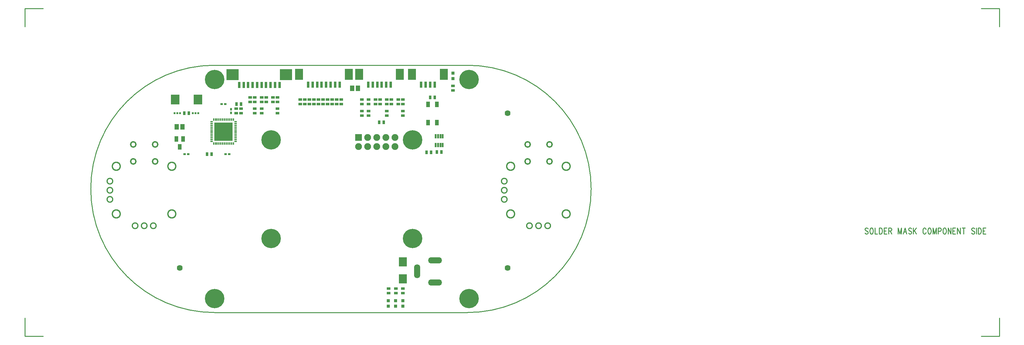
<source format=gbr>
*
*
G04 PADS VX.0 Build Number: 635560 generated Gerber (RS-274-X) file*
G04 PC Version=2.1*
*
%IN "JOG_v1.pcb"*%
*
%MOIN*%
*
%FSLAX35Y35*%
*
*
*
*
G04 PC Standard Apertures*
*
*
G04 Thermal Relief Aperture macro.*
%AMTER*
1,1,$1,0,0*
1,0,$1-$2,0,0*
21,0,$3,$4,0,0,45*
21,0,$3,$4,0,0,135*
%
*
*
G04 Annular Aperture macro.*
%AMANN*
1,1,$1,0,0*
1,0,$2,0,0*
%
*
*
G04 Odd Aperture macro.*
%AMODD*
1,1,$1,0,0*
1,0,$1-0.005,0,0*
%
*
*
G04 PC Custom Aperture Macros*
*
*
*
*
*
*
G04 PC Aperture Table*
*
%ADD010C,0.001*%
%ADD012C,0.01*%
%ADD065R,0.03894X0.02794*%
%ADD066R,0.02794X0.03894*%
%ADD067R,0.09794X0.10594*%
%ADD068R,0.04724X0.06102*%
%ADD069R,0.04331X0.05906*%
%ADD070R,0.08976X0.10315*%
%ADD071R,0.03594X0.03594*%
%ADD072R,0.04331X0.06299*%
%ADD073C,0.06394*%
%ADD075R,0.0315X0.06693*%
%ADD076R,0.08661X0.12205*%
%ADD077R,0.1378X0.12205*%
%ADD078O,0.15354X0.06693*%
%ADD079O,0.06693X0.15354*%
%ADD080R,0.02894X0.02394*%
%ADD081R,0.02394X0.02894*%
%ADD083R,0.0748X0.0748*%
%ADD084C,0.0748*%
%ADD085C,0.2126*%
%ADD088R,0.20472X0.20472*%
%ADD089R,0.02165X0.04528*%
%ADD090R,0.02394X0.02394*%
%ADD106R,0.02953X0.01575*%
%ADD107R,0.01575X0.02953*%
%ADD108ANN,0.0748X0.05118*%
%ADD109ANN,0.07283X0.04331*%
%ADD110ANN,0.10236X0.07283*%
*
*
*
*
G04 PC Circuitry*
G04 Layer Name JOG_v1.pcb - circuitry*
%LPD*%
*
*
G04 PC Custom Flashes*
G04 Layer Name JOG_v1.pcb - flashes*
%LPD*%
*
*
G04 PC Circuitry*
G04 Layer Name JOG_v1.pcb - circuitry*
%LPD*%
*
G54D10*
G54D12*
G01X2390682Y1538125D02*
X2390227Y1538750D01*
X2389545Y1539063*
X2389545D02*
X2388636D01*
X2388636D02*
X2387955Y1538750D01*
X2387500Y1538125*
Y1537500*
X2387727Y1536875*
X2387955Y1536563*
X2387955D02*
X2388409Y1536250D01*
X2389773Y1535625*
X2390227Y1535313*
X2390227D02*
X2390455Y1535000D01*
X2390682Y1534375*
Y1533438*
X2390682D02*
X2390227Y1532813D01*
X2390227D02*
X2389545Y1532500D01*
X2388636*
X2387955Y1532813*
X2387955D02*
X2387500Y1533438D01*
X2394091Y1539063D02*
X2393636Y1538750D01*
X2393182Y1538125*
X2392955Y1537500*
X2392727Y1536563*
X2392727D02*
Y1535000D01*
X2392955Y1534063*
X2392955D02*
X2393182Y1533438D01*
X2393182D02*
X2393636Y1532813D01*
X2393636D02*
X2394091Y1532500D01*
X2395000*
X2395455Y1532813*
X2395455D02*
X2395909Y1533438D01*
X2395909D02*
X2396136Y1534063D01*
X2396136D02*
X2396364Y1535000D01*
Y1536563*
X2396364D02*
X2396136Y1537500D01*
X2395909Y1538125*
X2395455Y1538750*
X2395000Y1539063*
X2395000D02*
X2394091D01*
X2398409D02*
Y1532500D01*
X2401136*
X2403182Y1539063D02*
Y1532500D01*
Y1539063D02*
X2404773D01*
X2404773D02*
X2405455Y1538750D01*
X2405909Y1538125*
X2406136Y1537500*
X2406364Y1536563*
X2406364D02*
Y1535000D01*
X2406136Y1534063*
X2406136D02*
X2405909Y1533438D01*
X2405909D02*
X2405455Y1532813D01*
X2405455D02*
X2404773Y1532500D01*
X2403182*
X2408409Y1539063D02*
Y1532500D01*
Y1539063D02*
X2411364D01*
X2408409Y1535938D02*
X2410227D01*
X2408409Y1532500D02*
X2411364D01*
X2413409Y1539063D02*
Y1532500D01*
Y1539063D02*
X2415455D01*
X2415455D02*
X2416136Y1538750D01*
X2416364Y1538438*
X2416364D02*
X2416591Y1537813D01*
X2416591D02*
Y1537188D01*
X2416591D02*
X2416364Y1536563D01*
X2416364D02*
X2416136Y1536250D01*
X2415455Y1535938*
X2415455D02*
X2413409D01*
X2415000D02*
X2416591Y1532500D01*
X2423864Y1539063D02*
Y1532500D01*
Y1539063D02*
X2425682Y1532500D01*
X2427500Y1539063D02*
X2425682Y1532500D01*
X2427500Y1539063D02*
Y1532500D01*
X2431364Y1539063D02*
X2429545Y1532500D01*
X2431364Y1539063D02*
X2433182Y1532500D01*
X2430227Y1534688D02*
X2432500D01*
X2438409Y1538125D02*
X2437955Y1538750D01*
X2437273Y1539063*
X2437273D02*
X2436364D01*
X2436364D02*
X2435682Y1538750D01*
X2435227Y1538125*
Y1537500*
X2435455Y1536875*
X2435682Y1536563*
X2435682D02*
X2436136Y1536250D01*
X2437500Y1535625*
X2437955Y1535313*
X2437955D02*
X2438182Y1535000D01*
X2438409Y1534375*
Y1533438*
X2438409D02*
X2437955Y1532813D01*
X2437955D02*
X2437273Y1532500D01*
X2436364*
X2435682Y1532813*
X2435682D02*
X2435227Y1533438D01*
X2440455Y1539063D02*
Y1532500D01*
X2443636Y1539063D02*
X2440455Y1534688D01*
X2441591Y1536250D02*
X2443636Y1532500D01*
X2454318Y1537500D02*
X2454091Y1538125D01*
X2453636Y1538750*
X2453182Y1539063*
X2453182D02*
X2452273D01*
X2452273D02*
X2451818Y1538750D01*
X2451364Y1538125*
X2451136Y1537500*
X2450909Y1536563*
X2450909D02*
Y1535000D01*
X2451136Y1534063*
X2451136D02*
X2451364Y1533438D01*
X2451364D02*
X2451818Y1532813D01*
X2451818D02*
X2452273Y1532500D01*
X2453182*
X2453636Y1532813*
X2453636D02*
X2454091Y1533438D01*
X2454091D02*
X2454318Y1534063D01*
X2457727Y1539063D02*
X2457273Y1538750D01*
X2456818Y1538125*
X2456591Y1537500*
X2456364Y1536563*
X2456364D02*
Y1535000D01*
X2456591Y1534063*
X2456591D02*
X2456818Y1533438D01*
X2456818D02*
X2457273Y1532813D01*
X2457273D02*
X2457727Y1532500D01*
X2458636*
X2459091Y1532813*
X2459091D02*
X2459545Y1533438D01*
X2459545D02*
X2459773Y1534063D01*
X2459773D02*
X2460000Y1535000D01*
Y1536563*
X2460000D02*
X2459773Y1537500D01*
X2459545Y1538125*
X2459091Y1538750*
X2458636Y1539063*
X2458636D02*
X2457727D01*
X2462045D02*
Y1532500D01*
Y1539063D02*
X2463864Y1532500D01*
X2465682Y1539063D02*
X2463864Y1532500D01*
X2465682Y1539063D02*
Y1532500D01*
X2467727Y1539063D02*
Y1532500D01*
Y1539063D02*
X2469773D01*
X2469773D02*
X2470455Y1538750D01*
X2470682Y1538438*
X2470682D02*
X2470909Y1537813D01*
X2470909D02*
Y1536875D01*
X2470682Y1536250*
X2470455Y1535938*
X2470455D02*
X2469773Y1535625D01*
X2467727*
X2474318Y1539063D02*
X2473864Y1538750D01*
X2473409Y1538125*
X2473182Y1537500*
X2472955Y1536563*
X2472955D02*
Y1535000D01*
X2473182Y1534063*
X2473182D02*
X2473409Y1533438D01*
X2473409D02*
X2473864Y1532813D01*
X2473864D02*
X2474318Y1532500D01*
X2475227*
X2475682Y1532813*
X2475682D02*
X2476136Y1533438D01*
X2476136D02*
X2476364Y1534063D01*
X2476364D02*
X2476591Y1535000D01*
Y1536563*
X2476591D02*
X2476364Y1537500D01*
X2476136Y1538125*
X2475682Y1538750*
X2475227Y1539063*
X2475227D02*
X2474318D01*
X2478636D02*
Y1532500D01*
Y1539063D02*
X2481818Y1532500D01*
Y1539063D02*
Y1532500D01*
X2483864Y1539063D02*
Y1532500D01*
Y1539063D02*
X2486818D01*
X2483864Y1535938D02*
X2485682D01*
X2483864Y1532500D02*
X2486818D01*
X2488864Y1539063D02*
Y1532500D01*
Y1539063D02*
X2492045Y1532500D01*
Y1539063D02*
Y1532500D01*
X2495682Y1539063D02*
Y1532500D01*
X2494091Y1539063D02*
X2497273D01*
X2507727Y1538125D02*
X2507273Y1538750D01*
X2506591Y1539063*
X2506591D02*
X2505682D01*
X2505682D02*
X2505000Y1538750D01*
X2504545Y1538125*
Y1537500*
X2504773Y1536875*
X2505000Y1536563*
X2505000D02*
X2505455Y1536250D01*
X2506818Y1535625*
X2507273Y1535313*
X2507273D02*
X2507500Y1535000D01*
X2507727Y1534375*
Y1533438*
X2507727D02*
X2507273Y1532813D01*
X2507273D02*
X2506591Y1532500D01*
X2505682*
X2505000Y1532813*
X2505000D02*
X2504545Y1533438D01*
X2509773Y1539063D02*
Y1532500D01*
X2511818Y1539063D02*
Y1532500D01*
Y1539063D02*
X2513409D01*
X2513409D02*
X2514091Y1538750D01*
X2514545Y1538125*
X2514773Y1537500*
X2515000Y1536563*
X2515000D02*
Y1535000D01*
X2514773Y1534063*
X2514773D02*
X2514545Y1533438D01*
X2514545D02*
X2514091Y1532813D01*
X2514091D02*
X2513409Y1532500D01*
X2511818*
X2517045Y1539063D02*
Y1532500D01*
Y1539063D02*
X2520000D01*
X2517045Y1535938D02*
X2518864D01*
X2517045Y1532500D02*
X2520000D01*
X1673001Y1446142D02*
X1950955D01*
G75*
G03Y1717795I0J135827D01*
G01X1673001*
X1672971D02*
G03Y1446142I237J-135826D01*
G01X1465000Y1440000D02*
Y1420000D01*
X1485000*
Y1780000D02*
X1465000D01*
Y1760000*
X2535000D02*
Y1780000D01*
X2515000*
Y1420000D02*
X2535000D01*
Y1440000*
G54D65*
X1742500Y1682480D03*
Y1677520D03*
X1702500Y1665020D03*
Y1669980D03*
X1717500Y1665020D03*
Y1669980D03*
X1864500Y1472480D03*
Y1467520D03*
X1742500Y1665020D03*
Y1669980D03*
X1725000Y1665020D03*
Y1669980D03*
X1880000Y1662520D03*
Y1667480D03*
X1862500Y1662520D03*
Y1667480D03*
X1797500Y1675020D03*
Y1679980D03*
X1807500Y1675020D03*
Y1679980D03*
X1772500Y1675020D03*
Y1679980D03*
X1712500Y1677520D03*
Y1682480D03*
X1717500D03*
Y1677520D03*
X1767500Y1675020D03*
Y1679980D03*
X1792500Y1675020D03*
Y1679980D03*
X1787500Y1675020D03*
Y1679980D03*
X1875000Y1675020D03*
Y1679980D03*
X1880000D03*
Y1675020D03*
X1737500Y1677520D03*
Y1682480D03*
X1867500Y1675020D03*
Y1679980D03*
X1862500D03*
Y1675020D03*
X1855000D03*
Y1679980D03*
X1835000D03*
Y1675020D03*
X1850000Y1679980D03*
Y1675020D03*
X1842500Y1679980D03*
Y1675020D03*
X1835000Y1667480D03*
Y1662520D03*
X1802500Y1675020D03*
Y1679980D03*
X1842500Y1667480D03*
Y1662520D03*
X1880000Y1472480D03*
Y1467520D03*
X1872500Y1472480D03*
Y1467520D03*
X1935000Y1690020D03*
Y1694980D03*
X1777500Y1675020D03*
Y1679980D03*
X1782500Y1675020D03*
Y1679980D03*
X1730000Y1677520D03*
Y1682480D03*
X1725000D03*
Y1677520D03*
X1812500Y1675020D03*
Y1679980D03*
X1697000Y1669980D03*
Y1665020D03*
G54D66*
X1917520Y1622500D03*
X1922480D03*
X1640020Y1665000D03*
X1644980D03*
X1665020Y1620000D03*
X1669980D03*
X1697520Y1675000D03*
X1702480D03*
X1910020Y1682500D03*
X1914980D03*
X1854020Y1655000D03*
X1858980D03*
X1910980Y1622000D03*
X1906020D03*
G54D67*
X1630000Y1680000D03*
X1655000D03*
G54D68*
X1638150Y1650000D03*
X1631850D03*
X1830650Y1692500D03*
X1824350D03*
G54D69*
X1638740Y1636831D03*
X1631260D03*
X1635000Y1628169D03*
G54D70*
X1880000Y1501711D03*
Y1483289D03*
G54D71*
X1879961Y1452984D03*
Y1458984D03*
X1872087Y1452984D03*
Y1458984D03*
X1864213Y1452984D03*
Y1458984D03*
X1935079Y1708984D03*
Y1702984D03*
G54D72*
X1917421Y1654961D03*
X1907579D03*
Y1674646D03*
X1917421D03*
G54D73*
X1995000Y1665000D03*
X1635000Y1495000D03*
X1995000D03*
G54D75*
X1810571Y1696535D03*
X1805650D03*
X1800728D03*
X1795807D03*
X1790886D03*
X1785965D03*
X1781043D03*
X1776122D03*
X1744626Y1696142D03*
X1739705D03*
X1734783D03*
X1729862D03*
X1724941D03*
X1720020D03*
X1715098D03*
X1710177D03*
X1705256D03*
X1700335D03*
X1866673Y1696535D03*
X1861752D03*
X1856831D03*
X1851909D03*
X1846988D03*
X1842067D03*
X1914902D03*
X1909980D03*
X1905059D03*
X1900138D03*
G54D76*
X1820610Y1707953D03*
X1766083D03*
X1876713D03*
X1832028D03*
X1924941D03*
X1890098D03*
G54D77*
X1751811Y1707559D03*
X1693150D03*
G54D78*
X1915394Y1503622D03*
Y1479213D03*
G54D79*
X1895709Y1491417D03*
G54D80*
X1640531Y1620000D03*
X1644469D03*
X1685531D03*
X1689469D03*
X1681031Y1675000D03*
X1684969D03*
G54D81*
X1691500Y1669469D03*
Y1665531D03*
G54D83*
X1831338Y1638464D03*
G54D84*
Y1628464D03*
X1841338Y1638464D03*
Y1628464D03*
X1851338Y1638464D03*
Y1628464D03*
X1861338Y1638464D03*
Y1628464D03*
X1871338Y1638464D03*
Y1628464D03*
G54D85*
X1735275Y1527638D03*
Y1635905D03*
X1890787D03*
Y1527638D03*
X1673267Y1702047D03*
Y1461496D03*
X1952795Y1702047D03*
Y1461496D03*
G54D88*
X1683110Y1644961D03*
G54D89*
X1916161Y1630177D03*
X1918720D03*
X1921280D03*
X1923839D03*
Y1639823D03*
X1921280D03*
X1918720D03*
X1916161D03*
G54D90*
X1629500Y1665000D03*
X1632500D03*
X1635500D03*
X1655500D03*
X1652500D03*
X1649500D03*
G54D106*
X1696299Y1634134D03*
Y1636102D03*
Y1638071D03*
Y1640039D03*
Y1642008D03*
Y1643976D03*
Y1645945D03*
Y1647913D03*
Y1649882D03*
Y1651850D03*
Y1653819D03*
Y1655787D03*
X1669921D03*
Y1653819D03*
Y1651850D03*
Y1649882D03*
Y1647913D03*
Y1645945D03*
Y1643976D03*
Y1642008D03*
Y1640039D03*
Y1638071D03*
Y1636102D03*
Y1634134D03*
G54D107*
X1693937Y1658150D03*
X1691969D03*
X1690000D03*
X1688031D03*
X1686063D03*
X1684094D03*
X1682126D03*
X1680157D03*
X1678189D03*
X1676220D03*
X1674252D03*
X1672283D03*
Y1631772D03*
X1674252D03*
X1676220D03*
X1678189D03*
X1680157D03*
X1682126D03*
X1684094D03*
X1686063D03*
X1688031D03*
X1690000D03*
X1691969D03*
X1693937D03*
G54D108*
X1558402Y1590500D03*
Y1580500D03*
Y1570500D03*
X1586000Y1541327D03*
X1596000D03*
X1606000D03*
X1991402Y1590500D03*
Y1580500D03*
Y1570500D03*
X2019000Y1541327D03*
X2029000D03*
X2039000D03*
G54D109*
X1584031Y1612209D03*
X1607969D03*
Y1630909D03*
X1584031D03*
X2017031Y1612209D03*
X2040969D03*
Y1630909D03*
X2017031D03*
G54D110*
X1565488Y1606681D03*
X1626512D03*
Y1554319D03*
X1565488D03*
X1998488Y1606681D03*
X2059512D03*
Y1554319D03*
X1998488D03*
G74*
X0Y0D02*
M02*

</source>
